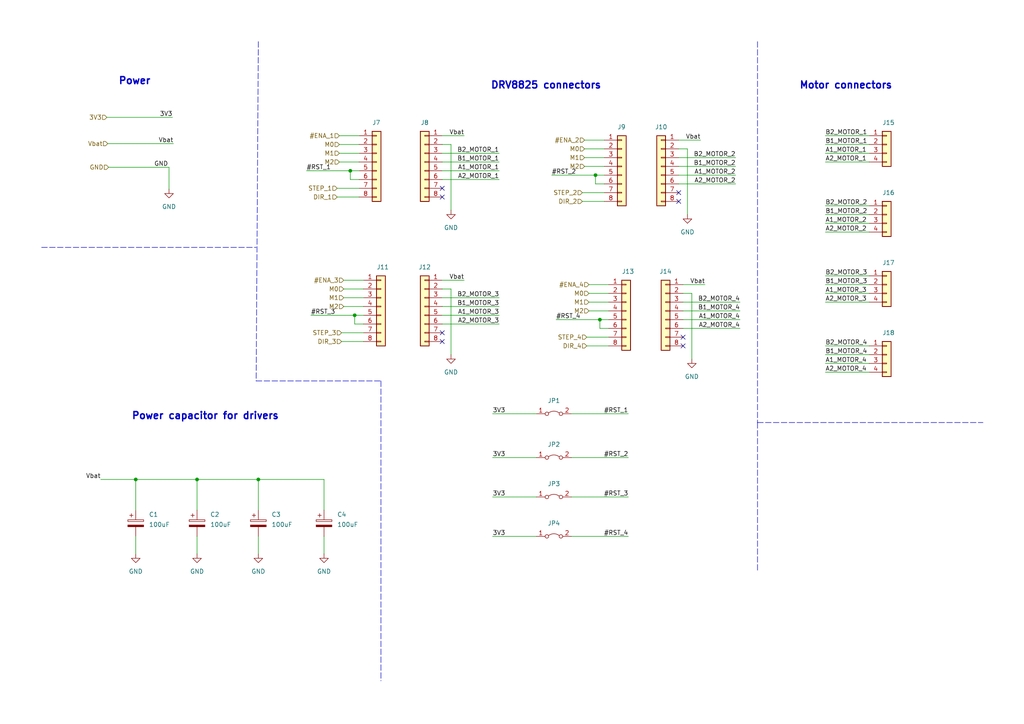
<source format=kicad_sch>
(kicad_sch (version 20211123) (generator eeschema)
  (paper "A4")
  (lib_symbols
    (symbol "Connector_Generic:Conn_01x04" (pin_names (offset 1.016) hide)
      (property "Reference" "J" (at 0 5.08 0))
      (property "Value" "Conn_01x04" (at 0 -7.62 0))
      (symbol "Conn_01x04_1_1"
        (rectangle (start -1.27 -4.953) (end 0 -5.207) (stroke (width 0.1524)))
        (rectangle (start -1.27 -2.413) (end 0 -2.667) (stroke (width 0.1524)))
        (rectangle (start -1.27 0.127) (end 0 -0.127) (stroke (width 0.1524)))
        (rectangle (start -1.27 2.667) (end 0 2.413) (stroke (width 0.1524)))
        (rectangle (start -1.27 3.81) (end 1.27 -6.35) (stroke (width 0.254)) (fill (type background)))
        (pin passive line (at -5.08 2.54 0) (length 3.81) (name "Pin_1") (number "1"))
        (pin passive line (at -5.08 0 0) (length 3.81) (name "Pin_2") (number "2"))
        (pin passive line (at -5.08 -2.54 0) (length 3.81) (name "Pin_3") (number "3"))
        (pin passive line (at -5.08 -5.08 0) (length 3.81) (name "Pin_4") (number "4"))
      )
    )
    (symbol "Connector_Generic:Conn_01x08" (pin_names (offset 1.016) hide)
      (property "Reference" "J" (at 0 10.16 0))
      (property "Value" "Conn_01x08" (at 0 -12.7 0))
      (symbol "Conn_01x08_1_1"
        (rectangle (start -1.27 -10.033) (end 0 -10.287) (stroke (width 0.1524)))
        (rectangle (start -1.27 -7.493) (end 0 -7.747) (stroke (width 0.1524)))
        (rectangle (start -1.27 -4.953) (end 0 -5.207) (stroke (width 0.1524)))
        (rectangle (start -1.27 -2.413) (end 0 -2.667) (stroke (width 0.1524)))
        (rectangle (start -1.27 0.127) (end 0 -0.127) (stroke (width 0.1524)))
        (rectangle (start -1.27 2.667) (end 0 2.413) (stroke (width 0.1524)))
        (rectangle (start -1.27 5.207) (end 0 4.953) (stroke (width 0.1524)))
        (rectangle (start -1.27 7.747) (end 0 7.493) (stroke (width 0.1524)))
        (rectangle (start -1.27 8.89) (end 1.27 -11.43) (stroke (width 0.254)) (fill (type background)))
        (pin passive line (at -5.08 7.62 0) (length 3.81) (name "Pin_1") (number "1"))
        (pin passive line (at -5.08 5.08 0) (length 3.81) (name "Pin_2") (number "2"))
        (pin passive line (at -5.08 2.54 0) (length 3.81) (name "Pin_3") (number "3"))
        (pin passive line (at -5.08 0 0) (length 3.81) (name "Pin_4") (number "4"))
        (pin passive line (at -5.08 -2.54 0) (length 3.81) (name "Pin_5") (number "5"))
        (pin passive line (at -5.08 -5.08 0) (length 3.81) (name "Pin_6") (number "6"))
        (pin passive line (at -5.08 -7.62 0) (length 3.81) (name "Pin_7") (number "7"))
        (pin passive line (at -5.08 -10.16 0) (length 3.81) (name "Pin_8") (number "8"))
      )
    )
    (symbol "Device:C_Polarized" (pin_numbers hide) (pin_names (offset 0.254))
      (property "Reference" "C" (at 0.635 2.54 0))
      (property "Value" "C_Polarized" (at 0.635 -2.54 0))
      (symbol "C_Polarized_0_1"
        (rectangle (start -2.286 0.508) (end 2.286 1.016))
        (polyline (pts (xy -1.778 2.286) (xy -0.762 2.286)))
        (polyline (pts (xy -1.27 2.794) (xy -1.27 1.778)))
        (rectangle (start 2.286 -0.508) (end -2.286 -1.016) (fill (type outline)))
      )
      (symbol "C_Polarized_1_1"
        (pin passive line (at 0 3.81 270) (length 2.794) (name "~") (number "1"))
        (pin passive line (at 0 -3.81 90) (length 2.794) (name "~") (number "2"))
      )
    )
    (symbol "Jumper:Jumper_2_Bridged" (pin_names (offset 0) hide)
      (property "Reference" "JP" (at 0 1.905 0))
      (property "Value" "Jumper_2_Bridged" (at 0 -2.54 0))
      (symbol "Jumper_2_Bridged_0_0"
        (circle (center -2.032 0) (radius 0.508))
        (circle (center 2.032 0) (radius 0.508))
      )
      (symbol "Jumper_2_Bridged_0_1"
        (arc (start 1.524 0.254) (mid 0 0.762) (end -1.524 0.254))
      )
      (symbol "Jumper_2_Bridged_1_1"
        (pin passive line (at -5.08 0 0) (length 2.54) (name "A") (number "1"))
        (pin passive line (at 5.08 0 180) (length 2.54) (name "B") (number "2"))
      )
    )
    (symbol "power:GND" (power) (pin_names (offset 0))
      (property "Value" "GND" (at 0 -3.81 0))
      (symbol "GND_0_1"
        (polyline (pts (xy 0 0) (xy 0 -1.27) (xy 1.27 -1.27) (xy 0 -2.54) (xy -1.27 -1.27) (xy 0 -1.27)))
      )
      (symbol "GND_1_1"
        (pin power_in line (at 0 0 270) (length 0) hide (name "GND") (number "1"))
      )
    )
  )
  (junction (at 172.72 50.8))
  (junction (at 101.6 49.53))
  (junction (at 74.93 139.065))
  (junction (at 57.15 139.065))
  (junction (at 102.87 91.44))
  (junction (at 173.99 92.71))
  (junction (at 39.37 139.065))
  (no_connect (at 196.85 58.42))
  (no_connect (at 128.27 96.52))
  (no_connect (at 128.27 57.15))
  (no_connect (at 128.27 99.06))
  (no_connect (at 196.85 55.88))
  (no_connect (at 198.12 97.79))
  (no_connect (at 128.27 54.61))
  (no_connect (at 198.12 100.33))
  (wire (pts (xy 128.27 49.53) (xy 144.78 49.53)))
  (wire (pts (xy 170.18 97.79) (xy 176.53 97.79)))
  (wire (pts (xy 239.395 39.37) (xy 252.095 39.37)))
  (wire (pts (xy 31.242 41.656) (xy 50.292 41.656)))
  (wire (pts (xy 142.875 155.575) (xy 155.575 155.575)))
  (wire (pts (xy 99.695 83.82) (xy 105.41 83.82)))
  (wire (pts (xy 165.735 132.715) (xy 182.245 132.715)))
  (polyline (pts (xy 74.295 110.49) (xy 110.49 110.49)))
  (wire (pts (xy 142.875 132.715) (xy 155.575 132.715)))
  (wire (pts (xy 49.022 48.514) (xy 49.022 54.864)))
  (wire (pts (xy 239.395 80.01) (xy 252.095 80.01)))
  (wire (pts (xy 105.41 93.98) (xy 102.87 93.98)))
  (wire (pts (xy 198.12 90.17) (xy 214.63 90.17)))
  (wire (pts (xy 196.85 43.18) (xy 199.39 43.18)))
  (wire (pts (xy 198.12 87.63) (xy 214.63 87.63)))
  (wire (pts (xy 88.9 49.53) (xy 101.6 49.53)))
  (wire (pts (xy 39.37 139.065) (xy 39.37 147.955)))
  (wire (pts (xy 160.02 50.8) (xy 172.72 50.8)))
  (wire (pts (xy 39.37 139.065) (xy 57.15 139.065)))
  (wire (pts (xy 176.53 95.25) (xy 173.99 95.25)))
  (wire (pts (xy 128.27 44.45) (xy 144.78 44.45)))
  (wire (pts (xy 168.91 58.42) (xy 175.26 58.42)))
  (wire (pts (xy 169.545 40.64) (xy 175.26 40.64)))
  (wire (pts (xy 101.6 52.07) (xy 101.6 49.53)))
  (wire (pts (xy 98.425 46.99) (xy 104.14 46.99)))
  (wire (pts (xy 128.27 81.28) (xy 134.62 81.28)))
  (wire (pts (xy 165.735 120.015) (xy 182.245 120.015)))
  (wire (pts (xy 39.37 155.575) (xy 39.37 160.655)))
  (wire (pts (xy 196.85 40.64) (xy 203.2 40.64)))
  (wire (pts (xy 168.91 55.88) (xy 175.26 55.88)))
  (wire (pts (xy 128.27 88.9) (xy 144.78 88.9)))
  (wire (pts (xy 170.18 100.33) (xy 176.53 100.33)))
  (wire (pts (xy 239.395 64.77) (xy 252.095 64.77)))
  (wire (pts (xy 239.395 107.95) (xy 252.095 107.95)))
  (wire (pts (xy 170.815 82.55) (xy 176.53 82.55)))
  (polyline (pts (xy 219.71 12.065) (xy 219.71 122.555)))
  (polyline (pts (xy 12.065 71.755) (xy 74.295 71.755)))
  (wire (pts (xy 31.496 48.514) (xy 49.022 48.514)))
  (wire (pts (xy 239.395 46.99) (xy 252.095 46.99)))
  (wire (pts (xy 57.15 139.065) (xy 57.15 147.955)))
  (wire (pts (xy 200.66 85.09) (xy 200.66 104.14)))
  (wire (pts (xy 239.395 41.91) (xy 252.095 41.91)))
  (wire (pts (xy 74.93 139.065) (xy 93.98 139.065)))
  (wire (pts (xy 239.395 62.23) (xy 252.095 62.23)))
  (wire (pts (xy 172.72 50.8) (xy 175.26 50.8)))
  (wire (pts (xy 239.395 67.31) (xy 252.095 67.31)))
  (wire (pts (xy 165.735 144.145) (xy 182.245 144.145)))
  (wire (pts (xy 99.06 99.06) (xy 105.41 99.06)))
  (wire (pts (xy 101.6 49.53) (xy 104.14 49.53)))
  (wire (pts (xy 170.815 87.63) (xy 176.53 87.63)))
  (wire (pts (xy 74.93 155.575) (xy 74.93 160.655)))
  (wire (pts (xy 128.27 86.36) (xy 144.78 86.36)))
  (wire (pts (xy 130.81 83.82) (xy 130.81 102.87)))
  (wire (pts (xy 239.395 100.33) (xy 252.095 100.33)))
  (wire (pts (xy 99.695 86.36) (xy 105.41 86.36)))
  (wire (pts (xy 99.695 88.9) (xy 105.41 88.9)))
  (wire (pts (xy 161.29 92.71) (xy 173.99 92.71)))
  (wire (pts (xy 102.87 91.44) (xy 105.41 91.44)))
  (wire (pts (xy 93.98 139.065) (xy 93.98 147.955)))
  (wire (pts (xy 30.988 34.036) (xy 50.038 34.036)))
  (wire (pts (xy 57.15 139.065) (xy 74.93 139.065)))
  (wire (pts (xy 175.26 53.34) (xy 172.72 53.34)))
  (wire (pts (xy 104.14 52.07) (xy 101.6 52.07)))
  (wire (pts (xy 57.15 155.575) (xy 57.15 160.655)))
  (wire (pts (xy 99.695 81.28) (xy 105.41 81.28)))
  (wire (pts (xy 90.17 91.44) (xy 102.87 91.44)))
  (wire (pts (xy 198.12 85.09) (xy 200.66 85.09)))
  (wire (pts (xy 169.545 45.72) (xy 175.26 45.72)))
  (wire (pts (xy 198.12 95.25) (xy 214.63 95.25)))
  (polyline (pts (xy 219.71 122.555) (xy 285.115 122.555)))
  (polyline (pts (xy 219.71 122.555) (xy 219.71 165.735)))
  (wire (pts (xy 239.395 44.45) (xy 252.095 44.45)))
  (wire (pts (xy 29.21 139.065) (xy 39.37 139.065)))
  (polyline (pts (xy 74.93 12.065) (xy 74.295 110.49)))
  (wire (pts (xy 169.545 48.26) (xy 175.26 48.26)))
  (wire (pts (xy 239.395 82.55) (xy 252.095 82.55)))
  (wire (pts (xy 173.99 95.25) (xy 173.99 92.71)))
  (wire (pts (xy 170.815 90.17) (xy 176.53 90.17)))
  (wire (pts (xy 172.72 53.34) (xy 172.72 50.8)))
  (wire (pts (xy 196.85 50.8) (xy 213.36 50.8)))
  (wire (pts (xy 128.27 83.82) (xy 130.81 83.82)))
  (wire (pts (xy 199.39 43.18) (xy 199.39 62.23)))
  (wire (pts (xy 128.27 93.98) (xy 144.78 93.98)))
  (wire (pts (xy 170.815 85.09) (xy 176.53 85.09)))
  (wire (pts (xy 99.06 96.52) (xy 105.41 96.52)))
  (wire (pts (xy 98.425 39.37) (xy 104.14 39.37)))
  (wire (pts (xy 239.395 105.41) (xy 252.095 105.41)))
  (wire (pts (xy 97.79 54.61) (xy 104.14 54.61)))
  (wire (pts (xy 98.425 44.45) (xy 104.14 44.45)))
  (wire (pts (xy 128.27 39.37) (xy 134.62 39.37)))
  (wire (pts (xy 128.27 91.44) (xy 144.78 91.44)))
  (wire (pts (xy 98.425 41.91) (xy 104.14 41.91)))
  (wire (pts (xy 128.27 41.91) (xy 130.81 41.91)))
  (wire (pts (xy 142.875 144.145) (xy 155.575 144.145)))
  (wire (pts (xy 196.85 45.72) (xy 213.36 45.72)))
  (wire (pts (xy 102.87 93.98) (xy 102.87 91.44)))
  (wire (pts (xy 165.735 155.575) (xy 182.245 155.575)))
  (wire (pts (xy 198.12 92.71) (xy 214.63 92.71)))
  (wire (pts (xy 93.98 155.575) (xy 93.98 160.655)))
  (wire (pts (xy 97.79 57.15) (xy 104.14 57.15)))
  (wire (pts (xy 239.395 87.63) (xy 252.095 87.63)))
  (wire (pts (xy 198.12 82.55) (xy 204.47 82.55)))
  (wire (pts (xy 196.85 53.34) (xy 213.36 53.34)))
  (wire (pts (xy 128.27 46.99) (xy 144.78 46.99)))
  (wire (pts (xy 239.395 59.69) (xy 252.095 59.69)))
  (wire (pts (xy 128.27 52.07) (xy 144.78 52.07)))
  (wire (pts (xy 169.545 43.18) (xy 175.26 43.18)))
  (wire (pts (xy 173.99 92.71) (xy 176.53 92.71)))
  (wire (pts (xy 196.85 48.26) (xy 213.36 48.26)))
  (wire (pts (xy 239.395 85.09) (xy 252.095 85.09)))
  (polyline (pts (xy 110.49 110.49) (xy 110.49 197.485)))
  (wire (pts (xy 74.93 139.065) (xy 74.93 147.955)))
  (wire (pts (xy 130.81 41.91) (xy 130.81 60.96)))
  (wire (pts (xy 239.395 102.87) (xy 252.095 102.87)))
  (wire (pts (xy 142.875 120.015) (xy 155.575 120.015)))
  (text "Power capacitor for drivers\n" (at 38.1 121.92 0) (effects (font (size 2.032 2.032) (thickness 0.4064) bold) (justify left bottom)))
  (text "DRV8825 connectors" (at 142.24 26.035 0) (effects (font (size 2.032 2.032) (thickness 0.4064) bold) (justify left bottom)))
  (text "Motor connectors" (at 231.775 26.035 0) (effects (font (size 2.032 2.032) (thickness 0.4064) bold) (justify left bottom)))
  (text "Power\n" (at 34.29 24.765 0) (effects (font (size 2.032 2.032) (thickness 0.4064) bold) (justify left bottom)))
  (label "B1_MOTOR_3" (at 239.395 82.55 0))
  (label "3V3" (at 142.875 120.015 0))
  (label "A2_MOTOR_4" (at 214.63 95.25 180))
  (label "B1_MOTOR_3" (at 144.78 88.9 180))
  (label "Vbat" (at 134.62 39.37 180))
  (label "A2_MOTOR_1" (at 144.78 52.07 180))
  (label "Vbat" (at 29.21 139.065 180))
  (label "A2_MOTOR_3" (at 144.78 93.98 180))
  (label "A1_MOTOR_3" (at 239.395 85.09 0))
  (label "B1_MOTOR_1" (at 144.78 46.99 180))
  (label "B1_MOTOR_2" (at 213.36 48.26 180))
  (label "B2_MOTOR_1" (at 144.78 44.45 180))
  (label "A1_MOTOR_3" (at 144.78 91.44 180))
  (label "A2_MOTOR_4" (at 239.395 107.95 0))
  (label "A1_MOTOR_1" (at 144.78 49.53 180))
  (label "A2_MOTOR_2" (at 239.395 67.31 0))
  (label "B2_MOTOR_2" (at 239.395 59.69 0))
  (label "#RST_3" (at 90.17 91.44 0))
  (label "3V3" (at 50.038 34.036 180))
  (label "B2_MOTOR_2" (at 213.36 45.72 180))
  (label "A1_MOTOR_2" (at 239.395 64.77 0))
  (label "A2_MOTOR_1" (at 239.395 46.99 0))
  (label "B1_MOTOR_4" (at 239.395 102.87 0))
  (label "B2_MOTOR_3" (at 144.78 86.36 180))
  (label "Vbat" (at 204.47 82.55 180))
  (label "A2_MOTOR_3" (at 239.395 87.63 0))
  (label "A1_MOTOR_4" (at 239.395 105.41 0))
  (label "#RST_1" (at 182.245 120.015 180))
  (label "3V3" (at 142.875 132.715 0))
  (label "B2_MOTOR_4" (at 239.395 100.33 0))
  (label "Vbat" (at 50.292 41.656 180))
  (label "#RST_1" (at 88.9 49.53 0))
  (label "B1_MOTOR_2" (at 239.395 62.23 0))
  (label "A1_MOTOR_1" (at 239.395 44.45 0))
  (label "A2_MOTOR_2" (at 213.36 53.34 180))
  (label "A1_MOTOR_2" (at 213.36 50.8 180))
  (label "B2_MOTOR_4" (at 214.63 87.63 180))
  (label "#RST_4" (at 161.29 92.71 0))
  (label "B2_MOTOR_3" (at 239.395 80.01 0))
  (label "#RST_3" (at 182.245 144.145 180))
  (label "A1_MOTOR_4" (at 214.63 92.71 180))
  (label "#RST_4" (at 182.245 155.575 180))
  (label "3V3" (at 142.875 155.575 0))
  (label "Vbat" (at 134.62 81.28 180))
  (label "B1_MOTOR_4" (at 214.63 90.17 180))
  (label "Vbat" (at 203.2 40.64 180))
  (label "3V3" (at 142.875 144.145 0))
  (label "B2_MOTOR_1" (at 239.395 39.37 0))
  (label "B1_MOTOR_1" (at 239.395 41.91 0))
  (label "#RST_2" (at 182.245 132.715 180))
  (label "#RST_2" (at 160.02 50.8 0))
  (label "GND" (at 48.768 48.514 180))
  (hierarchical_label "M1" (shape input) (at 170.815 87.63 180))
  (hierarchical_label "M0" (shape input) (at 98.425 41.91 180))
  (hierarchical_label "#ENA_3" (shape input) (at 99.695 81.28 180))
  (hierarchical_label "STEP_3" (shape input) (at 99.06 96.52 180))
  (hierarchical_label "3V3" (shape input) (at 30.988 34.036 180))
  (hierarchical_label "STEP_2" (shape input) (at 168.91 55.88 180))
  (hierarchical_label "M0" (shape input) (at 169.545 43.18 180))
  (hierarchical_label "DIR_1" (shape input) (at 97.79 57.15 180))
  (hierarchical_label "DIR_3" (shape input) (at 99.06 99.06 180))
  (hierarchical_label "M1" (shape input) (at 98.425 44.45 180))
  (hierarchical_label "M0" (shape input) (at 170.815 85.09 180))
  (hierarchical_label "M1" (shape input) (at 99.695 86.36 180))
  (hierarchical_label "M2" (shape input) (at 169.545 48.26 180))
  (hierarchical_label "DIR_2" (shape input) (at 168.91 58.42 180))
  (hierarchical_label "Vbat" (shape input) (at 31.242 41.656 180))
  (hierarchical_label "STEP_1" (shape input) (at 97.79 54.61 180))
  (hierarchical_label "#ENA_4" (shape input) (at 170.815 82.55 180))
  (hierarchical_label "DIR_4" (shape input) (at 170.18 100.33 180))
  (hierarchical_label "M2" (shape input) (at 98.425 46.99 180))
  (hierarchical_label "M1" (shape input) (at 169.545 45.72 180))
  (hierarchical_label "#ENA_2" (shape input) (at 169.545 40.64 180))
  (hierarchical_label "#ENA_1" (shape input) (at 98.425 39.37 180))
  (hierarchical_label "M2" (shape input) (at 170.815 90.17 180))
  (hierarchical_label "M0" (shape input) (at 99.695 83.82 180))
  (hierarchical_label "GND" (shape input) (at 31.496 48.514 180))
  (hierarchical_label "STEP_4" (shape input) (at 170.18 97.79 180))
  (hierarchical_label "M2" (shape input) (at 99.695 88.9 180))
  (symbol (lib_id "power:GND") (at 39.37 160.655 0) (unit 1)
    (property "Reference" "#PWR0106" (effects hide))
    (property "Value" "GND" (at 39.37 165.735 0))
  )
  (symbol (lib_id "Connector_Generic:Conn_01x04") (at 257.175 82.55 0) (unit 1)
    (property "Reference" "J17" (at 255.905 76.2 0) (effects (justify left)))
    (property "Value" "Conn_01x04" (effects hide))
    (property "Footprint" "Connector_PinSocket_2.54mm:PinSocket_1x04_P2.54mm_Vertical" (effects hide))
  )
  (symbol (lib_id "Connector_Generic:Conn_01x08") (at 110.49 88.9 0) (unit 1)
    (property "Reference" "J11" (at 109.22 77.47 0) (effects (justify left)))
    (property "Value" "Conn_01x08" (effects hide))
    (property "Footprint" "Connector_PinSocket_2.54mm:PinSocket_1x08_P2.54mm_Vertical" (effects hide))
  )
  (symbol (lib_id "Connector_Generic:Conn_01x08") (at 123.19 88.9 0) (mirror y) (unit 1)
    (property "Reference" "J12" (at 123.19 77.47 0))
    (property "Value" "Conn_01x08" (effects hide))
    (property "Footprint" "Connector_PinSocket_2.54mm:PinSocket_1x08_P2.54mm_Vertical" (effects hide))
  )
  (symbol (lib_id "Jumper:Jumper_2_Bridged") (at 160.655 155.575 0) (unit 1)
    (property "Reference" "JP4" (at 160.655 151.765 0))
    (property "Value" "Jumper_2_Bridged" (effects hide))
    (property "Footprint" "Connector_PinHeader_2.54mm:PinHeader_1x02_P2.54mm_Vertical" (effects hide))
  )
  (symbol (lib_id "power:GND") (at 93.98 160.655 0) (unit 1)
    (property "Reference" "#PWR0108" (effects hide))
    (property "Value" "GND" (at 93.98 165.735 0))
  )
  (symbol (lib_id "Device:C_Polarized") (at 39.37 151.765 0) (unit 1)
    (property "Reference" "C1" (at 43.18 149.225 0) (effects (justify left)))
    (property "Value" "100uF" (at 43.18 152.1459 0) (effects (justify left)))
    (property "Footprint" "Capacitor_THT:CP_Radial_D5.0mm_P2.50mm" (effects hide))
  )
  (symbol (lib_id "power:GND") (at 74.93 160.655 0) (unit 1)
    (property "Reference" "#PWR0109" (effects hide))
    (property "Value" "GND" (at 74.93 165.735 0))
  )
  (symbol (lib_id "Connector_Generic:Conn_01x08") (at 109.22 46.99 0) (unit 1)
    (property "Reference" "J7" (at 107.95 35.56 0) (effects (justify left)))
    (property "Value" "Conn_01x08" (effects hide))
    (property "Footprint" "Connector_PinSocket_2.54mm:PinSocket_1x08_P2.54mm_Vertical" (effects hide))
  )
  (symbol (lib_id "Connector_Generic:Conn_01x08") (at 181.61 90.17 0) (unit 1)
    (property "Reference" "J13" (at 180.34 78.74 0) (effects (justify left)))
    (property "Value" "Conn_01x08" (effects hide))
    (property "Footprint" "Connector_PinSocket_2.54mm:PinSocket_1x08_P2.54mm_Vertical" (effects hide))
  )
  (symbol (lib_id "Connector_Generic:Conn_01x08") (at 123.19 46.99 0) (mirror y) (unit 1)
    (property "Reference" "J8" (at 123.19 35.56 0))
    (property "Value" "Conn_01x08" (effects hide))
    (property "Footprint" "Connector_PinSocket_2.54mm:PinSocket_1x08_P2.54mm_Vertical" (effects hide))
  )
  (symbol (lib_id "Device:C_Polarized") (at 74.93 151.765 0) (unit 1)
    (property "Reference" "C3" (at 78.74 149.225 0) (effects (justify left)))
    (property "Value" "100uF" (at 78.74 152.1459 0) (effects (justify left)))
    (property "Footprint" "Capacitor_THT:CP_Radial_D5.0mm_P2.50mm" (effects hide))
  )
  (symbol (lib_id "Jumper:Jumper_2_Bridged") (at 160.655 144.145 0) (unit 1)
    (property "Reference" "JP3" (at 160.655 140.335 0))
    (property "Value" "Jumper_2_Bridged" (effects hide))
    (property "Footprint" "Connector_PinHeader_2.54mm:PinHeader_1x02_P2.54mm_Vertical" (effects hide))
  )
  (symbol (lib_id "Connector_Generic:Conn_01x04") (at 257.175 102.87 0) (unit 1)
    (property "Reference" "J18" (at 255.905 96.52 0) (effects (justify left)))
    (property "Value" "Conn_01x04" (effects hide))
    (property "Footprint" "Connector_PinSocket_2.54mm:PinSocket_1x04_P2.54mm_Vertical" (effects hide))
  )
  (symbol (lib_id "Connector_Generic:Conn_01x04") (at 257.175 62.23 0) (unit 1)
    (property "Reference" "J16" (at 255.905 55.88 0) (effects (justify left)))
    (property "Value" "Conn_01x04" (effects hide))
    (property "Footprint" "Connector_PinSocket_2.54mm:PinSocket_1x04_P2.54mm_Vertical" (effects hide))
  )
  (symbol (lib_id "power:GND") (at 200.66 104.14 0) (unit 1)
    (property "Reference" "#PWR0112" (effects hide))
    (property "Value" "GND" (at 200.66 109.22 0))
  )
  (symbol (lib_id "Jumper:Jumper_2_Bridged") (at 160.655 120.015 0) (unit 1)
    (property "Reference" "JP1" (at 160.655 116.205 0))
    (property "Value" "Jumper_2_Bridged" (effects hide))
    (property "Footprint" "Connector_PinHeader_2.54mm:PinHeader_1x02_P2.54mm_Vertical" (effects hide))
  )
  (symbol (lib_id "Connector_Generic:Conn_01x08") (at 180.34 48.26 0) (unit 1)
    (property "Reference" "J9" (at 179.07 36.83 0) (effects (justify left)))
    (property "Value" "Conn_01x08" (effects hide))
    (property "Footprint" "Connector_PinSocket_2.54mm:PinSocket_1x08_P2.54mm_Vertical" (effects hide))
  )
  (symbol (lib_id "Connector_Generic:Conn_01x08") (at 193.04 90.17 0) (mirror y) (unit 1)
    (property "Reference" "J14" (at 193.04 78.74 0))
    (property "Value" "Conn_01x08" (effects hide))
    (property "Footprint" "Connector_PinSocket_2.54mm:PinSocket_1x08_P2.54mm_Vertical" (effects hide))
  )
  (symbol (lib_id "Connector_Generic:Conn_01x04") (at 257.175 41.91 0) (unit 1)
    (property "Reference" "J15" (at 255.905 35.56 0) (effects (justify left)))
    (property "Value" "Conn_01x04" (effects hide))
    (property "Footprint" "Connector_PinSocket_2.54mm:PinSocket_1x04_P2.54mm_Vertical" (effects hide))
  )
  (symbol (lib_id "power:GND") (at 49.022 54.864 0) (unit 1)
    (property "Reference" "#PWR0103" (effects hide))
    (property "Value" "GND" (at 49.022 59.944 0))
  )
  (symbol (lib_id "Connector_Generic:Conn_01x08") (at 191.77 48.26 0) (mirror y) (unit 1)
    (property "Reference" "J10" (at 191.77 36.83 0))
    (property "Value" "Conn_01x08" (effects hide))
    (property "Footprint" "Connector_PinSocket_2.54mm:PinSocket_1x08_P2.54mm_Vertical" (effects hide))
  )
  (symbol (lib_id "power:GND") (at 130.81 102.87 0) (unit 1)
    (property "Reference" "#PWR0113" (effects hide))
    (property "Value" "GND" (at 130.81 107.95 0))
  )
  (symbol (lib_id "Device:C_Polarized") (at 93.98 151.765 0) (unit 1)
    (property "Reference" "C4" (at 97.79 149.225 0) (effects (justify left)))
    (property "Value" "100uF" (at 97.79 152.1459 0) (effects (justify left)))
    (property "Footprint" "Capacitor_THT:CP_Radial_D5.0mm_P2.50mm" (effects hide))
  )
  (symbol (lib_id "Device:C_Polarized") (at 57.15 151.765 0) (unit 1)
    (property "Reference" "C2" (at 60.96 149.225 0) (effects (justify left)))
    (property "Value" "100uF" (at 60.96 152.1459 0) (effects (justify left)))
    (property "Footprint" "Capacitor_THT:CP_Radial_D5.0mm_P2.50mm" (effects hide))
  )
  (symbol (lib_id "Jumper:Jumper_2_Bridged") (at 160.655 132.715 0) (unit 1)
    (property "Reference" "JP2" (at 160.655 128.905 0))
    (property "Value" "Jumper_2_Bridged" (effects hide))
    (property "Footprint" "Connector_PinHeader_2.54mm:PinHeader_1x02_P2.54mm_Vertical" (effects hide))
  )
  (symbol (lib_id "power:GND") (at 199.39 62.23 0) (unit 1)
    (property "Reference" "#PWR0111" (effects hide))
    (property "Value" "GND" (at 199.39 67.31 0))
  )
  (symbol (lib_id "power:GND") (at 130.81 60.96 0) (unit 1)
    (property "Reference" "#PWR0114" (effects hide))
    (property "Value" "GND" (at 130.81 66.04 0))
  )
  (symbol (lib_id "power:GND") (at 57.15 160.655 0) (unit 1)
    (property "Reference" "#PWR0107" (effects hide))
    (property "Value" "GND" (at 57.15 165.735 0))
  )
)
</source>
